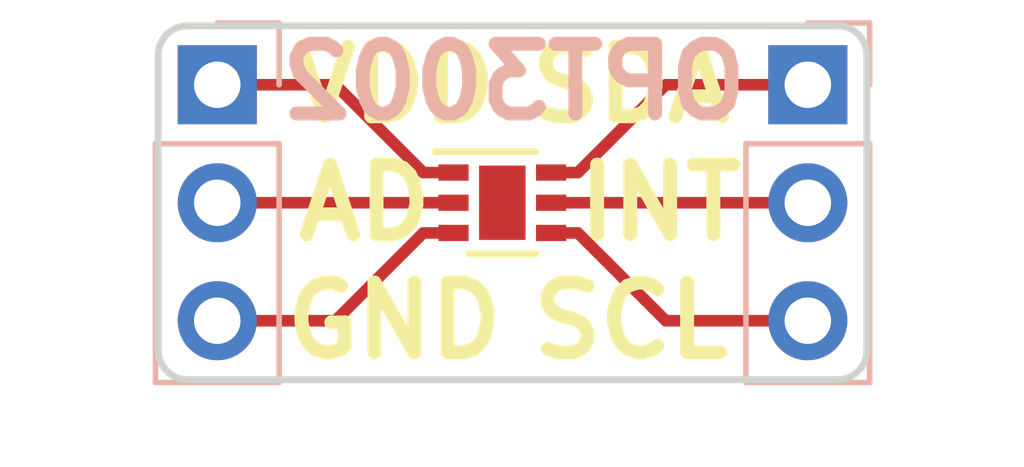
<source format=kicad_pcb>
(kicad_pcb (version 20221018) (generator pcbnew)
  (title_block (title "OTP3002 breakout") (date "2018-08-16") (company "Alex M."))
  (layers (0 "F.Cu" signal) (31 "B.Cu" signal) (34 "B.Paste" user) (35 "F.Paste" user) (36 "B.SilkS" user "B.Silkscreen") (37 "F.SilkS" user "F.Silkscreen") (38 "B.Mask" user) (39 "F.Mask" user) (44 "Edge.Cuts" user))
  (net 0 "")
  (net 1 "Net-(U1-Pad6)")
  (net 2 "Net-(U1-Pad5)")
  (net 3 "Net-(U1-Pad4)")
  (net 4 "Net-(U1-Pad3)")
  (net 5 "Net-(U1-Pad2)")
  (net 6 "Net-(U1-Pad1)")
  (footprint "Housings_DFN_QFN:DFN-6-1EP_2x2mm_Pitch0.65mm" (layer "F.Cu") (at 115.35 101.6)
    (fp_text reference "U1" hide)
    (fp_text value "OPT3002")
    (fp_line (start -1.45 -1.1) (end 0.725 -1.1) (stroke (width 0.15)) (layer "F.SilkS"))
    (fp_line (start -0.725 1.1) (end 0.725 1.1) (stroke (width 0.15)) (layer "F.SilkS"))
    (pad "1" smd rect (at -1.05 -0.65) (size 0.65 0.35) (layers "F.Cu" "F.Paste" "F.Mask") (net 6 "Net-(U1-Pad1)"))
    (pad "2" smd rect (at -1.05 0) (size 0.65 0.35) (layers "F.Cu" "F.Paste" "F.Mask") (net 5 "Net-(U1-Pad2)"))
    (pad "3" smd rect (at -1.05 0.65) (size 0.65 0.35) (layers "F.Cu" "F.Paste" "F.Mask") (net 4 "Net-(U1-Pad3)"))
    (pad "4" smd rect (at 1.05 0.65) (size 0.65 0.35) (layers "F.Cu" "F.Paste" "F.Mask") (net 3 "Net-(U1-Pad4)"))
    (pad "5" smd rect (at 1.05 0) (size 0.65 0.35) (layers "F.Cu" "F.Paste" "F.Mask") (net 2 "Net-(U1-Pad5)"))
    (pad "6" smd rect (at 1.05 -0.65) (size 0.65 0.35) (layers "F.Cu" "F.Paste" "F.Mask") (net 1 "Net-(U1-Pad6)"))
    (pad "7" smd rect (at 0 -0.4) (size 1 0.8) (layers "F.Cu" "F.Paste" "F.Mask"))
    (pad "7" smd rect (at 0 0.4) (size 1 0.8) (layers "F.Cu" "F.Paste" "F.Mask"))
  )
  (footprint "Pin_Headers:Pin_Header_Straight_1x03_Pitch2.54mm" (layer "B.Cu") (at 109.22 99.06 180)
    (fp_text reference "X1" hide)
    (fp_text value "Conn_01x03")
    (fp_line (start -1.33 -6.41) (end 1.33 -6.41) (stroke (width 0.12)) (layer "B.SilkS"))
    (fp_line (start -1.33 -1.27) (end -1.33 -6.41) (stroke (width 0.12)) (layer "B.SilkS"))
    (fp_line (start -1.33 -1.27) (end 1.33 -1.27) (stroke (width 0.12)) (layer "B.SilkS"))
    (fp_line (start -1.33 0) (end -1.33 1.33) (stroke (width 0.12)) (layer "B.SilkS"))
    (fp_line (start -1.33 1.33) (end 0 1.33) (stroke (width 0.12)) (layer "B.SilkS"))
    (fp_line (start 1.33 -1.27) (end 1.33 -6.41) (stroke (width 0.12)) (layer "B.SilkS"))
    (pad "1" thru_hole rect (at 0 0 180) (size 1.7 1.7) (drill 1) (layers "*.Cu" "*.Mask") (net 6 "Net-(U1-Pad1)"))
    (pad "2" thru_hole oval (at 0 -2.54 180) (size 1.7 1.7) (drill 1) (layers "*.Cu" "*.Mask") (net 5 "Net-(U1-Pad2)"))
    (pad "3" thru_hole oval (at 0 -5.08 180) (size 1.7 1.7) (drill 1) (layers "*.Cu" "*.Mask") (net 4 "Net-(U1-Pad3)"))
  )
  (footprint "Pin_Headers:Pin_Header_Straight_1x03_Pitch2.54mm" (layer "B.Cu") (at 121.92 99.06 180)
    (fp_text reference "X2" hide)
    (fp_text value "Conn_01x03")
    (fp_line (start -1.33 -6.41) (end 1.33 -6.41) (stroke (width 0.12)) (layer "B.SilkS"))
    (fp_line (start -1.33 -1.27) (end -1.33 -6.41) (stroke (width 0.12)) (layer "B.SilkS"))
    (fp_line (start -1.33 -1.27) (end 1.33 -1.27) (stroke (width 0.12)) (layer "B.SilkS"))
    (fp_line (start -1.33 0) (end -1.33 1.33) (stroke (width 0.12)) (layer "B.SilkS"))
    (fp_line (start -1.33 1.33) (end 0 1.33) (stroke (width 0.12)) (layer "B.SilkS"))
    (fp_line (start 1.33 -1.27) (end 1.33 -6.41) (stroke (width 0.12)) (layer "B.SilkS"))
    (pad "1" thru_hole rect (at 0 0 180) (size 1.7 1.7) (drill 1) (layers "*.Cu" "*.Mask") (net 1 "Net-(U1-Pad6)"))
    (pad "2" thru_hole oval (at 0 -2.54 180) (size 1.7 1.7) (drill 1) (layers "*.Cu" "*.Mask") (net 2 "Net-(U1-Pad5)"))
    (pad "3" thru_hole oval (at 0 -5.08 180) (size 1.7 1.7) (drill 1) (layers "*.Cu" "*.Mask") (net 3 "Net-(U1-Pad4)"))
  )
  (gr_arc (start 123.19 104.775) (mid 123.004013 105.224013) (end 122.555 105.41) (stroke (width 0.15)) (layer "Edge.Cuts"))
  (gr_arc (start 108.585 105.41) (mid 108.135987 105.224013) (end 107.95 104.775) (stroke (width 0.15)) (layer "Edge.Cuts"))
  (gr_line (start 122.555 97.79) (end 108.585 97.79) (stroke (width 0.15)) (layer "Edge.Cuts"))
  (gr_line (start 123.19 104.775) (end 123.19 98.425) (stroke (width 0.15)) (layer "Edge.Cuts"))
  (gr_line (start 108.585 105.41) (end 122.555 105.41) (stroke (width 0.15)) (layer "Edge.Cuts"))
  (gr_arc (start 122.555 97.79) (mid 123.004013 97.975987) (end 123.19 98.425) (stroke (width 0.15)) (layer "Edge.Cuts"))
  (gr_line (start 107.95 98.425) (end 107.95 104.775) (stroke (width 0.15)) (layer "Edge.Cuts"))
  (gr_arc (start 107.95 98.425) (mid 108.135987 97.975987) (end 108.585 97.79) (stroke (width 0.15)) (layer "Edge.Cuts"))
  (gr_text "OPT3002" (at 115.6 99) (layer "B.SilkS") (effects (font (size 1.5 1.5) (thickness 0.3)) (justify mirror)))
  (gr_text "VDD" (at 113.03 99.06) (layer "F.SilkS") (effects (font (size 1.5 1.5) (thickness 0.3))))
  (gr_text "INT" (at 118.745 101.6) (layer "F.SilkS") (effects (font (size 1.5 1.5) (thickness 0.3))))
  (gr_text "SDA" (at 118.11 99.06) (layer "F.SilkS") (effects (font (size 1.5 1.5) (thickness 0.3))))
  (gr_text "SCL" (at 118.11 104.14) (layer "F.SilkS") (effects (font (size 1.5 1.5) (thickness 0.3))))
  (gr_text "GND" (at 113.03 104.14) (layer "F.SilkS") (effects (font (size 1.5 1.5) (thickness 0.3))))
  (gr_text "AD" (at 112.395 101.6) (layer "F.SilkS") (effects (font (size 1.5 1.5) (thickness 0.3))))
  (segment (start 118.865 99.06) (end 121.92 99.06) (width 0.25) (layer "F.Cu") (net 1))
  (segment (start 116.975 100.95) (end 118.865 99.06) (width 0.25) (layer "F.Cu") (net 1))
  (segment (start 116.4 100.95) (end 116.975 100.95) (width 0.25) (layer "F.Cu") (net 1))
  (segment (start 116.4 101.6) (end 121.92 101.6) (width 0.25) (layer "F.Cu") (net 2))
  (segment (start 116.4 102.25) (end 116.975 102.25) (width 0.25) (layer "F.Cu") (net 3))
  (segment (start 118.865 104.14) (end 121.92 104.14) (width 0.25) (layer "F.Cu") (net 3))
  (segment (start 116.975 102.25) (end 118.865 104.14) (width 0.25) (layer "F.Cu") (net 3))
  (segment (start 114.3 102.25) (end 113.65 102.25) (width 0.25) (layer "F.Cu") (net 4))
  (segment (start 113.65 102.25) (end 111.76 104.14) (width 0.25) (layer "F.Cu") (net 4))
  (segment (start 111.76 104.14) (end 109.22 104.14) (width 0.25) (layer "F.Cu") (net 4))
  (segment (start 114.3 101.6) (end 109.22 101.6) (width 0.25) (layer "F.Cu") (net 5))
  (segment (start 111.76 99.06) (end 109.22 99.06) (width 0.25) (layer "F.Cu") (net 6))
  (segment (start 114.3 100.95) (end 113.65 100.95) (width 0.25) (layer "F.Cu") (net 6))
  (segment (start 113.65 100.95) (end 111.76 99.06) (width 0.25) (layer "F.Cu") (net 6))
)
</source>
